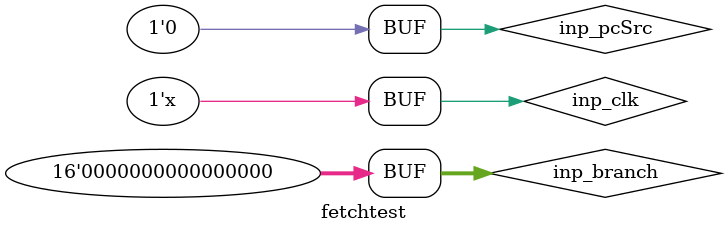
<source format=v>
`timescale 1ns / 1ps


module fetchtest;

	// Inputs
	reg inp_clk;
	reg [15:0] inp_branch;
	reg inp_pcSrc;

	// Outputs
	wire [15:0] out_PCTwo;
	wire out_hit;
	wire [15:0] out_instruction;

	// Instantiate the Unit Under Test (UUT)
	Fetch uut (
		.inp_clk(inp_clk), 
		.inp_branch(inp_branch), 
		.inp_pcSrc(inp_pcSrc), 
		.out_PCTwo(out_PCTwo), 
		.out_hit(out_hit), 
		.out_instruction(out_instruction)
	);

	initial begin
		// Initialize Inputs
		inp_clk = 0;
		inp_branch = 0;
		inp_pcSrc = 0;

		// Wait 100 ns for global reset to finish
		#100;
        
		// Add stimulus here

	end
	
	always begin
		#5;
		inp_clk = ~inp_clk;
		end
      
endmodule


</source>
